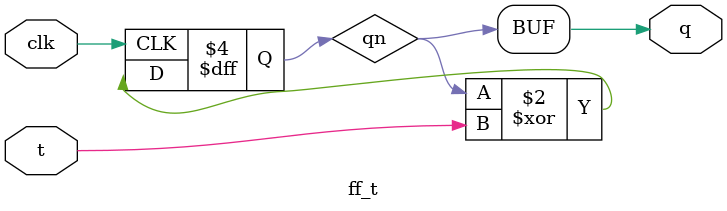
<source format=v>


module ff_t (
		 input  clk,
		 input  t,      
		 output q       
	);
	
	reg qn = 0;
	
	assign q = qn;

	always @(posedge clk) begin
		 qn <= qn ^ t;       
	end

endmodule
</source>
